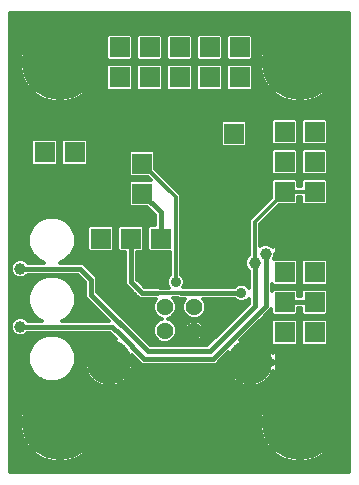
<source format=gbr>
G75*
G70*
%OFA0B0*%
%FSLAX24Y24*%
%IPPOS*%
%LPD*%
%AMOC8*
5,1,8,0,0,1.08239X$1,22.5*
%
%ADD10C,0.0562*%
%ADD11C,0.1500*%
%ADD12R,0.0650X0.0650*%
%ADD13C,0.2540*%
%ADD14C,0.0120*%
%ADD15C,0.0357*%
%ADD16C,0.0160*%
%ADD17C,0.0396*%
D10*
X005918Y005473D03*
X005918Y006260D03*
X006902Y006260D03*
X006902Y005473D03*
D11*
X008772Y004410D03*
X004048Y004410D03*
D12*
X003785Y008535D03*
X004785Y008535D03*
X005785Y008535D03*
X005160Y010035D03*
X005160Y011035D03*
X002910Y011410D03*
X002910Y012410D03*
X001910Y012410D03*
X001910Y011410D03*
X001910Y010410D03*
X002910Y010410D03*
X004410Y013910D03*
X004410Y014910D03*
X005410Y014910D03*
X005410Y013910D03*
X006410Y013910D03*
X006410Y014910D03*
X007410Y014910D03*
X007410Y013910D03*
X008410Y013910D03*
X008410Y014910D03*
X009910Y012098D03*
X009910Y011098D03*
X009910Y010098D03*
X010910Y010098D03*
X010910Y011098D03*
X010910Y012098D03*
X008223Y012035D03*
X009910Y008410D03*
X009910Y007410D03*
X009910Y006410D03*
X009910Y005410D03*
X009910Y004410D03*
X010910Y004410D03*
X010910Y005410D03*
X010910Y006410D03*
X010910Y007410D03*
X010910Y008410D03*
D13*
X010410Y014410D03*
X002410Y014410D03*
X002410Y002410D03*
X010410Y002410D03*
D14*
X000770Y000770D02*
X000770Y016050D01*
X012050Y016050D01*
X012050Y000770D01*
X000770Y000770D01*
X000770Y000884D02*
X012050Y000884D01*
X012050Y001003D02*
X000770Y001003D01*
X000770Y001121D02*
X002078Y001121D01*
X002086Y001118D02*
X002215Y001093D01*
X002345Y001080D01*
X002350Y001080D01*
X002350Y002350D01*
X002470Y002350D01*
X002470Y002470D01*
X003740Y002470D01*
X003740Y002475D01*
X003727Y002605D01*
X003702Y002734D01*
X003664Y002859D01*
X003614Y002979D01*
X003552Y003095D01*
X003480Y003203D01*
X003397Y003304D01*
X003304Y003397D01*
X003203Y003480D01*
X003095Y003552D01*
X002979Y003614D01*
X002859Y003664D01*
X002734Y003702D01*
X002605Y003727D01*
X002475Y003740D01*
X002470Y003740D01*
X002470Y002470D01*
X002350Y002470D01*
X002350Y003740D01*
X002345Y003740D01*
X002215Y003727D01*
X002086Y003702D01*
X001961Y003664D01*
X001841Y003614D01*
X001725Y003552D01*
X001617Y003480D01*
X001516Y003397D01*
X001423Y003304D01*
X001340Y003203D01*
X001268Y003095D01*
X001206Y002979D01*
X001156Y002859D01*
X001118Y002734D01*
X001093Y002605D01*
X001080Y002475D01*
X001080Y002470D01*
X002350Y002470D01*
X002350Y002350D01*
X001080Y002350D01*
X001080Y002345D01*
X001093Y002215D01*
X001118Y002086D01*
X001156Y001961D01*
X001206Y001841D01*
X001268Y001725D01*
X001340Y001617D01*
X001423Y001516D01*
X001516Y001423D01*
X001617Y001340D01*
X001725Y001268D01*
X001841Y001206D01*
X001961Y001156D01*
X002086Y001118D01*
X002350Y001121D02*
X002470Y001121D01*
X002470Y001080D02*
X002475Y001080D01*
X002605Y001093D01*
X002734Y001118D01*
X002859Y001156D01*
X002979Y001206D01*
X003095Y001268D01*
X003203Y001340D01*
X003304Y001423D01*
X003397Y001516D01*
X003480Y001617D01*
X003552Y001725D01*
X003614Y001841D01*
X003664Y001961D01*
X003702Y002086D01*
X003727Y002215D01*
X003740Y002345D01*
X003740Y002350D01*
X002470Y002350D01*
X002470Y001080D01*
X002470Y001240D02*
X002350Y001240D01*
X002350Y001358D02*
X002470Y001358D01*
X002470Y001477D02*
X002350Y001477D01*
X002350Y001595D02*
X002470Y001595D01*
X002470Y001714D02*
X002350Y001714D01*
X002350Y001832D02*
X002470Y001832D01*
X002470Y001951D02*
X002350Y001951D01*
X002350Y002069D02*
X002470Y002069D01*
X002470Y002188D02*
X002350Y002188D01*
X002350Y002306D02*
X002470Y002306D01*
X002470Y002425D02*
X010350Y002425D01*
X010350Y002470D02*
X010350Y002350D01*
X010470Y002350D01*
X010470Y002470D01*
X011740Y002470D01*
X011740Y002475D01*
X011727Y002605D01*
X011702Y002734D01*
X011664Y002859D01*
X011614Y002979D01*
X011552Y003095D01*
X011480Y003203D01*
X011397Y003304D01*
X011304Y003397D01*
X011203Y003480D01*
X011095Y003552D01*
X010979Y003614D01*
X010859Y003664D01*
X010734Y003702D01*
X010605Y003727D01*
X010475Y003740D01*
X010470Y003740D01*
X010470Y002470D01*
X010350Y002470D01*
X010350Y003740D01*
X010345Y003740D01*
X010215Y003727D01*
X010086Y003702D01*
X009961Y003664D01*
X009841Y003614D01*
X009725Y003552D01*
X009617Y003480D01*
X009516Y003397D01*
X009423Y003304D01*
X009340Y003203D01*
X009268Y003095D01*
X009206Y002979D01*
X009156Y002859D01*
X009118Y002734D01*
X009093Y002605D01*
X009080Y002475D01*
X009080Y002470D01*
X010350Y002470D01*
X010350Y002543D02*
X010470Y002543D01*
X010470Y002425D02*
X012050Y002425D01*
X012050Y002543D02*
X011733Y002543D01*
X011716Y002662D02*
X012050Y002662D01*
X012050Y002780D02*
X011688Y002780D01*
X011647Y002899D02*
X012050Y002899D01*
X012050Y003017D02*
X011594Y003017D01*
X011525Y003136D02*
X012050Y003136D01*
X012050Y003254D02*
X011438Y003254D01*
X011328Y003373D02*
X012050Y003373D01*
X012050Y003491D02*
X011186Y003491D01*
X010987Y003610D02*
X012050Y003610D01*
X012050Y003728D02*
X010597Y003728D01*
X010470Y003728D02*
X010350Y003728D01*
X010350Y003610D02*
X010470Y003610D01*
X010470Y003491D02*
X010350Y003491D01*
X010350Y003373D02*
X010470Y003373D01*
X010470Y003254D02*
X010350Y003254D01*
X010350Y003136D02*
X010470Y003136D01*
X010470Y003017D02*
X010350Y003017D01*
X010350Y002899D02*
X010470Y002899D01*
X010470Y002780D02*
X010350Y002780D01*
X010350Y002662D02*
X010470Y002662D01*
X010470Y002350D02*
X011740Y002350D01*
X011740Y002345D01*
X011727Y002215D01*
X011702Y002086D01*
X011664Y001961D01*
X011614Y001841D01*
X011552Y001725D01*
X011480Y001617D01*
X011397Y001516D01*
X011304Y001423D01*
X011203Y001340D01*
X011095Y001268D01*
X010979Y001206D01*
X010859Y001156D01*
X010734Y001118D01*
X010605Y001093D01*
X010475Y001080D01*
X010470Y001080D01*
X010470Y002350D01*
X010470Y002306D02*
X010350Y002306D01*
X010350Y002350D02*
X010350Y001080D01*
X010345Y001080D01*
X010215Y001093D01*
X010086Y001118D01*
X009961Y001156D01*
X009841Y001206D01*
X009725Y001268D01*
X009617Y001340D01*
X009516Y001423D01*
X009423Y001516D01*
X009340Y001617D01*
X009268Y001725D01*
X009206Y001841D01*
X009156Y001961D01*
X009118Y002086D01*
X009093Y002215D01*
X009080Y002345D01*
X009080Y002350D01*
X010350Y002350D01*
X010350Y002188D02*
X010470Y002188D01*
X010470Y002069D02*
X010350Y002069D01*
X010350Y001951D02*
X010470Y001951D01*
X010470Y001832D02*
X010350Y001832D01*
X010350Y001714D02*
X010470Y001714D01*
X010470Y001595D02*
X010350Y001595D01*
X010350Y001477D02*
X010470Y001477D01*
X010470Y001358D02*
X010350Y001358D01*
X010350Y001240D02*
X010470Y001240D01*
X010470Y001121D02*
X010350Y001121D01*
X010078Y001121D02*
X002742Y001121D01*
X003042Y001240D02*
X009778Y001240D01*
X009595Y001358D02*
X003225Y001358D01*
X003357Y001477D02*
X009463Y001477D01*
X009358Y001595D02*
X003462Y001595D01*
X003544Y001714D02*
X009276Y001714D01*
X009211Y001832D02*
X003609Y001832D01*
X003659Y001951D02*
X009161Y001951D01*
X009124Y002069D02*
X003696Y002069D01*
X003722Y002188D02*
X009098Y002188D01*
X009084Y002306D02*
X003736Y002306D01*
X003733Y002543D02*
X009087Y002543D01*
X009104Y002662D02*
X003716Y002662D01*
X003688Y002780D02*
X009132Y002780D01*
X009173Y002899D02*
X003647Y002899D01*
X003594Y003017D02*
X009226Y003017D01*
X009295Y003136D02*
X003525Y003136D01*
X003438Y003254D02*
X009382Y003254D01*
X009492Y003373D02*
X003328Y003373D01*
X003186Y003491D02*
X009634Y003491D01*
X009833Y003610D02*
X008898Y003610D01*
X008931Y003614D02*
X009033Y003641D01*
X009131Y003682D01*
X009223Y003735D01*
X009307Y003800D01*
X009383Y003875D01*
X009447Y003959D01*
X009500Y004051D01*
X009525Y004111D01*
X009525Y004073D01*
X009534Y004051D01*
X009551Y004034D01*
X009573Y004025D01*
X009882Y004025D01*
X009882Y004382D01*
X009938Y004382D01*
X009938Y004438D01*
X009882Y004438D01*
X009882Y004795D01*
X009573Y004795D01*
X009551Y004786D01*
X009534Y004769D01*
X009525Y004747D01*
X009525Y004709D01*
X009500Y004769D01*
X009447Y004861D01*
X009383Y004945D01*
X009307Y005020D01*
X009223Y005085D01*
X009131Y005138D01*
X009033Y005179D01*
X008931Y005206D01*
X008832Y005219D01*
X008832Y004470D01*
X008712Y004470D01*
X008712Y004350D01*
X007963Y004350D01*
X007976Y004252D01*
X008004Y004149D01*
X008044Y004051D01*
X008097Y003959D01*
X008162Y003875D01*
X008237Y003800D01*
X008321Y003735D01*
X008413Y003682D01*
X008511Y003641D01*
X008614Y003614D01*
X008712Y003601D01*
X008712Y004350D01*
X008832Y004350D01*
X008832Y003601D01*
X008931Y003614D01*
X008832Y003610D02*
X008712Y003610D01*
X008647Y003610D02*
X004173Y003610D01*
X004206Y003614D02*
X004108Y003601D01*
X004108Y004350D01*
X004108Y004470D01*
X004857Y004470D01*
X004844Y004568D01*
X004821Y004654D01*
X005023Y004452D01*
X005140Y004335D01*
X007618Y004335D01*
X008039Y004756D01*
X008004Y004671D01*
X007976Y004568D01*
X007963Y004470D01*
X008712Y004470D01*
X008712Y005219D01*
X008614Y005206D01*
X008511Y005179D01*
X008426Y005143D01*
X009243Y005960D01*
X009465Y006182D01*
X009465Y006035D01*
X009535Y005965D01*
X010285Y005965D01*
X010355Y006035D01*
X010355Y006210D01*
X010465Y006210D01*
X010465Y006035D01*
X010535Y005965D01*
X011285Y005965D01*
X011355Y006035D01*
X011355Y006785D01*
X011285Y006855D01*
X010535Y006855D01*
X010465Y006785D01*
X010465Y006610D01*
X010355Y006610D01*
X010355Y006785D01*
X010285Y006855D01*
X009535Y006855D01*
X009485Y006805D01*
X009485Y007015D01*
X009535Y006965D01*
X010285Y006965D01*
X010355Y007035D01*
X010355Y007785D01*
X010285Y007855D01*
X009555Y007855D01*
X009603Y007972D01*
X009603Y008025D01*
X009882Y008025D01*
X009882Y008382D01*
X009525Y008382D01*
X009525Y008245D01*
X009465Y008305D01*
X009348Y008353D01*
X009222Y008353D01*
X009105Y008305D01*
X009090Y008290D01*
X009090Y009023D01*
X009720Y009653D01*
X010285Y009653D01*
X010535Y009653D01*
X011285Y009653D01*
X012050Y009653D01*
X012050Y009535D02*
X009602Y009535D01*
X009483Y009416D02*
X012050Y009416D01*
X012050Y009298D02*
X009365Y009298D01*
X009246Y009179D02*
X012050Y009179D01*
X012050Y009061D02*
X009128Y009061D01*
X009090Y008942D02*
X012050Y008942D01*
X012050Y008824D02*
X009090Y008824D01*
X009090Y008705D02*
X009525Y008705D01*
X009525Y008747D02*
X009525Y008438D01*
X009882Y008438D01*
X009882Y008795D01*
X009573Y008795D01*
X009551Y008786D01*
X009534Y008769D01*
X009525Y008747D01*
X009525Y008587D02*
X009090Y008587D01*
X009090Y008468D02*
X009525Y008468D01*
X009525Y008350D02*
X009357Y008350D01*
X009213Y008350D02*
X009090Y008350D01*
X008730Y008350D02*
X006465Y008350D01*
X006465Y008468D02*
X008730Y008468D01*
X008730Y008587D02*
X006465Y008587D01*
X006465Y008705D02*
X008730Y008705D01*
X008730Y008824D02*
X006465Y008824D01*
X006465Y008942D02*
X008730Y008942D01*
X008730Y009061D02*
X006465Y009061D01*
X006465Y009179D02*
X008737Y009179D01*
X008730Y009172D02*
X008730Y007992D01*
X008730Y007992D01*
X008640Y007903D01*
X008592Y007786D01*
X008592Y007659D01*
X008640Y007542D01*
X008710Y007473D01*
X008710Y006907D01*
X008642Y006975D01*
X008532Y007021D01*
X008413Y007021D01*
X008303Y006975D01*
X008250Y006922D01*
X006532Y006922D01*
X006538Y006928D01*
X006583Y007038D01*
X006583Y007157D01*
X006538Y007267D01*
X006465Y007340D01*
X006465Y009985D01*
X005605Y010845D01*
X005605Y011410D01*
X005535Y011480D01*
X004785Y011480D01*
X004715Y011410D01*
X004715Y010660D01*
X004785Y010590D01*
X005350Y010590D01*
X005460Y010480D01*
X004785Y010480D01*
X004715Y010410D01*
X004715Y009660D01*
X004785Y009590D01*
X005322Y009590D01*
X005585Y009327D01*
X005585Y008980D01*
X005410Y008980D01*
X005340Y008910D01*
X005340Y008160D01*
X005410Y008090D01*
X006105Y008090D01*
X006105Y007340D01*
X006032Y007267D01*
X005987Y007157D01*
X005987Y007038D01*
X006032Y006928D01*
X006058Y006902D01*
X005763Y006902D01*
X005743Y006922D01*
X005243Y006922D01*
X005180Y006985D01*
X004985Y007180D01*
X004985Y008090D01*
X005160Y008090D01*
X005230Y008160D01*
X005230Y008910D01*
X005160Y008980D01*
X004410Y008980D01*
X004340Y008910D01*
X004340Y008160D01*
X004410Y008090D01*
X004585Y008090D01*
X004585Y007015D01*
X004898Y006702D01*
X004960Y006640D01*
X005077Y006523D01*
X005613Y006523D01*
X005578Y006488D01*
X005517Y006340D01*
X005517Y006181D01*
X005578Y006033D01*
X005691Y005920D01*
X005820Y005867D01*
X005691Y005813D01*
X005578Y005700D01*
X005517Y005553D01*
X005517Y005393D01*
X005578Y005246D01*
X005691Y005133D01*
X005838Y005072D01*
X005998Y005072D01*
X006145Y005133D01*
X006258Y005246D01*
X006319Y005393D01*
X006319Y005553D01*
X006258Y005700D01*
X006145Y005813D01*
X006016Y005867D01*
X006145Y005920D01*
X006258Y006033D01*
X006319Y006181D01*
X006319Y006340D01*
X006258Y006488D01*
X006203Y006543D01*
X006370Y006543D01*
X006390Y006523D01*
X006597Y006523D01*
X006562Y006488D01*
X006501Y006340D01*
X006501Y006181D01*
X006562Y006033D01*
X006675Y005920D01*
X006822Y005859D01*
X006982Y005859D01*
X007129Y005920D01*
X007242Y006033D01*
X007303Y006181D01*
X007303Y006340D01*
X007242Y006488D01*
X007207Y006523D01*
X008250Y006523D01*
X008303Y006470D01*
X008413Y006424D01*
X008532Y006424D01*
X008642Y006470D01*
X008710Y006538D01*
X008710Y006368D01*
X007327Y004985D01*
X005430Y004985D01*
X003672Y006743D01*
X003672Y007243D01*
X003180Y007735D01*
X002428Y007735D01*
X002608Y007810D01*
X002831Y008033D01*
X002951Y008323D01*
X002951Y008638D01*
X002831Y008929D01*
X002608Y009152D01*
X002317Y009272D01*
X002003Y009272D01*
X001712Y009152D01*
X001489Y008929D01*
X001369Y008638D01*
X001369Y008323D01*
X001489Y008033D01*
X001712Y007810D01*
X001892Y007735D01*
X001347Y007735D01*
X001278Y007805D01*
X001161Y007853D01*
X001034Y007853D01*
X000917Y007805D01*
X000828Y007715D01*
X000779Y007598D01*
X000779Y007472D01*
X000828Y007355D01*
X000917Y007265D01*
X001034Y007217D01*
X001161Y007217D01*
X001278Y007265D01*
X001347Y007335D01*
X003015Y007335D01*
X003273Y007077D01*
X003273Y006577D01*
X003390Y006460D01*
X004052Y005797D01*
X002502Y005797D01*
X002608Y005841D01*
X002831Y006064D01*
X002951Y006355D01*
X002951Y006670D01*
X002831Y006961D01*
X002608Y007183D01*
X002317Y007304D01*
X002003Y007304D01*
X001712Y007183D01*
X001489Y006961D01*
X001369Y006670D01*
X001369Y006355D01*
X001489Y006064D01*
X001712Y005841D01*
X001818Y005797D01*
X001347Y005797D01*
X001278Y005867D01*
X001161Y005916D01*
X001034Y005916D01*
X000917Y005867D01*
X000828Y005778D01*
X000779Y005661D01*
X000779Y005534D01*
X000828Y005417D01*
X000917Y005328D01*
X001034Y005279D01*
X001161Y005279D01*
X001278Y005328D01*
X001347Y005398D01*
X004077Y005398D01*
X004291Y005183D01*
X004206Y005206D01*
X004108Y005219D01*
X004108Y004470D01*
X003988Y004470D01*
X003988Y005219D01*
X003889Y005206D01*
X003787Y005179D01*
X003689Y005138D01*
X003597Y005085D01*
X003513Y005020D01*
X003437Y004945D01*
X003373Y004861D01*
X003320Y004769D01*
X003279Y004671D01*
X003252Y004568D01*
X003239Y004470D01*
X003988Y004470D01*
X003988Y004350D01*
X004108Y004350D01*
X004857Y004350D01*
X004844Y004252D01*
X004816Y004149D01*
X004776Y004051D01*
X004723Y003959D01*
X004658Y003875D01*
X004583Y003800D01*
X004499Y003735D01*
X004407Y003682D01*
X004309Y003641D01*
X004206Y003614D01*
X004108Y003610D02*
X003988Y003610D01*
X003988Y003601D02*
X003988Y004350D01*
X003239Y004350D01*
X003252Y004252D01*
X003279Y004149D01*
X003320Y004051D01*
X003373Y003959D01*
X003437Y003875D01*
X003513Y003800D01*
X003597Y003735D01*
X003689Y003682D01*
X003787Y003641D01*
X003889Y003614D01*
X003988Y003601D01*
X003922Y003610D02*
X002987Y003610D01*
X002700Y003965D02*
X003369Y003965D01*
X003306Y004084D02*
X002819Y004084D01*
X002831Y004096D02*
X002951Y004386D01*
X002951Y004701D01*
X002831Y004992D01*
X002608Y005215D01*
X002317Y005335D01*
X002003Y005335D01*
X001712Y005215D01*
X001489Y004992D01*
X001369Y004701D01*
X001369Y004386D01*
X001489Y004096D01*
X001712Y003873D01*
X002003Y003752D01*
X002317Y003752D01*
X002608Y003873D01*
X002831Y004096D01*
X002875Y004202D02*
X003265Y004202D01*
X003243Y004321D02*
X002924Y004321D01*
X002951Y004439D02*
X003988Y004439D01*
X003988Y004321D02*
X004108Y004321D01*
X004108Y004439D02*
X005036Y004439D01*
X004917Y004558D02*
X004845Y004558D01*
X004853Y004321D02*
X007967Y004321D01*
X007989Y004202D02*
X004831Y004202D01*
X004789Y004084D02*
X008031Y004084D01*
X008094Y003965D02*
X004726Y003965D01*
X004630Y003847D02*
X008190Y003847D01*
X008333Y003728D02*
X004487Y003728D01*
X004108Y003728D02*
X003988Y003728D01*
X003988Y003847D02*
X004108Y003847D01*
X004108Y003965D02*
X003988Y003965D01*
X003988Y004084D02*
X004108Y004084D01*
X004108Y004202D02*
X003988Y004202D01*
X003988Y004558D02*
X004108Y004558D01*
X004108Y004676D02*
X003988Y004676D01*
X003988Y004795D02*
X004108Y004795D01*
X004108Y004913D02*
X003988Y004913D01*
X003988Y005032D02*
X004108Y005032D01*
X004108Y005150D02*
X003988Y005150D01*
X004088Y005387D02*
X001337Y005387D01*
X001528Y005032D02*
X000770Y005032D01*
X000770Y005150D02*
X001647Y005150D01*
X001841Y005269D02*
X000770Y005269D01*
X000770Y005387D02*
X000858Y005387D01*
X000791Y005506D02*
X000770Y005506D01*
X000770Y005624D02*
X000779Y005624D01*
X000770Y005743D02*
X000813Y005743D01*
X000770Y005861D02*
X000911Y005861D01*
X000770Y005980D02*
X001574Y005980D01*
X001475Y006098D02*
X000770Y006098D01*
X000770Y006217D02*
X001426Y006217D01*
X001377Y006335D02*
X000770Y006335D01*
X000770Y006454D02*
X001369Y006454D01*
X001369Y006572D02*
X000770Y006572D01*
X000770Y006691D02*
X001377Y006691D01*
X001426Y006809D02*
X000770Y006809D01*
X000770Y006928D02*
X001475Y006928D01*
X001574Y007046D02*
X000770Y007046D01*
X000770Y007165D02*
X001693Y007165D01*
X001952Y007283D02*
X001295Y007283D01*
X001325Y007757D02*
X001839Y007757D01*
X001646Y007876D02*
X000770Y007876D01*
X000770Y007994D02*
X001528Y007994D01*
X001456Y008113D02*
X000770Y008113D01*
X000770Y008231D02*
X001407Y008231D01*
X001369Y008350D02*
X000770Y008350D01*
X000770Y008468D02*
X001369Y008468D01*
X001369Y008587D02*
X000770Y008587D01*
X000770Y008705D02*
X001396Y008705D01*
X001445Y008824D02*
X000770Y008824D01*
X000770Y008942D02*
X001502Y008942D01*
X001620Y009061D02*
X000770Y009061D01*
X000770Y009179D02*
X001777Y009179D01*
X001882Y010025D02*
X001573Y010025D01*
X001551Y010034D01*
X001534Y010051D01*
X001525Y010073D01*
X001525Y010382D01*
X001882Y010382D01*
X001938Y010382D01*
X001938Y010438D01*
X001882Y010438D01*
X001882Y010795D01*
X001573Y010795D01*
X001551Y010786D01*
X001534Y010769D01*
X001525Y010747D01*
X001525Y010438D01*
X001882Y010438D01*
X001882Y010382D01*
X001882Y010025D01*
X001938Y010025D02*
X002247Y010025D01*
X002269Y010034D01*
X002286Y010051D01*
X002295Y010073D01*
X002295Y010382D01*
X001938Y010382D01*
X001938Y010025D01*
X001938Y010127D02*
X001882Y010127D01*
X001882Y010246D02*
X001938Y010246D01*
X001938Y010364D02*
X001882Y010364D01*
X001938Y010438D02*
X002295Y010438D01*
X002295Y010747D01*
X002286Y010769D01*
X002269Y010786D01*
X002247Y010795D01*
X001938Y010795D01*
X001938Y010438D01*
X001938Y010483D02*
X001882Y010483D01*
X001882Y010601D02*
X001938Y010601D01*
X001938Y010720D02*
X001882Y010720D01*
X002295Y010720D02*
X002525Y010720D01*
X002525Y010747D02*
X002525Y010438D01*
X002882Y010438D01*
X002882Y010795D01*
X002573Y010795D01*
X002551Y010786D01*
X002534Y010769D01*
X002525Y010747D01*
X002525Y010601D02*
X002295Y010601D01*
X002295Y010483D02*
X002525Y010483D01*
X002525Y010382D02*
X002525Y010073D01*
X002534Y010051D01*
X002551Y010034D01*
X002573Y010025D01*
X002882Y010025D01*
X002882Y010382D01*
X002938Y010382D01*
X002938Y010438D01*
X002882Y010438D01*
X002882Y010382D01*
X002525Y010382D01*
X002525Y010364D02*
X002295Y010364D01*
X002295Y010246D02*
X002525Y010246D01*
X002525Y010127D02*
X002295Y010127D01*
X002882Y010127D02*
X002938Y010127D01*
X002938Y010025D02*
X003247Y010025D01*
X003269Y010034D01*
X003286Y010051D01*
X003295Y010073D01*
X003295Y010382D01*
X002938Y010382D01*
X002938Y010025D01*
X002938Y010246D02*
X002882Y010246D01*
X002882Y010364D02*
X002938Y010364D01*
X002938Y010438D02*
X003295Y010438D01*
X003295Y010747D01*
X003286Y010769D01*
X003269Y010786D01*
X003247Y010795D01*
X002938Y010795D01*
X002938Y010438D01*
X002938Y010483D02*
X002882Y010483D01*
X002882Y010601D02*
X002938Y010601D01*
X002938Y010720D02*
X002882Y010720D01*
X002535Y010965D02*
X003285Y010965D01*
X003355Y011035D01*
X003355Y011785D01*
X003285Y011855D01*
X002535Y011855D01*
X002465Y011785D01*
X002465Y011035D01*
X002535Y010965D01*
X002465Y011075D02*
X002355Y011075D01*
X002355Y011035D02*
X002355Y011785D01*
X002285Y011855D01*
X001535Y011855D01*
X001465Y011785D01*
X001465Y011035D01*
X001535Y010965D01*
X002285Y010965D01*
X002355Y011035D01*
X002355Y011194D02*
X002465Y011194D01*
X002465Y011312D02*
X002355Y011312D01*
X002355Y011431D02*
X002465Y011431D01*
X002465Y011549D02*
X002355Y011549D01*
X002355Y011668D02*
X002465Y011668D01*
X002466Y011786D02*
X002354Y011786D01*
X002247Y012025D02*
X002269Y012034D01*
X002286Y012051D01*
X002295Y012073D01*
X002295Y012382D01*
X001938Y012382D01*
X001938Y012438D01*
X001882Y012438D01*
X001882Y012795D01*
X001573Y012795D01*
X001551Y012786D01*
X001534Y012769D01*
X001525Y012747D01*
X001525Y012438D01*
X001882Y012438D01*
X001882Y012382D01*
X001938Y012382D01*
X001938Y012025D01*
X002247Y012025D01*
X002295Y012142D02*
X002525Y012142D01*
X002525Y012073D02*
X002534Y012051D01*
X002551Y012034D01*
X002573Y012025D01*
X002882Y012025D01*
X002882Y012382D01*
X002938Y012382D01*
X002938Y012438D01*
X002882Y012438D01*
X002882Y012795D01*
X002573Y012795D01*
X002551Y012786D01*
X002534Y012769D01*
X002525Y012747D01*
X002525Y012438D01*
X002882Y012438D01*
X002882Y012382D01*
X002525Y012382D01*
X002525Y012073D01*
X002525Y012260D02*
X002295Y012260D01*
X002295Y012379D02*
X002525Y012379D01*
X002525Y012497D02*
X002295Y012497D01*
X002295Y012438D02*
X002295Y012747D01*
X002286Y012769D01*
X002269Y012786D01*
X002247Y012795D01*
X001938Y012795D01*
X001938Y012438D01*
X002295Y012438D01*
X002295Y012616D02*
X002525Y012616D01*
X002525Y012734D02*
X002295Y012734D01*
X002345Y013080D02*
X002215Y013093D01*
X002086Y013118D01*
X001961Y013156D01*
X001841Y013206D01*
X001725Y013268D01*
X001617Y013340D01*
X001516Y013423D01*
X001423Y013516D01*
X001340Y013617D01*
X001268Y013725D01*
X001206Y013841D01*
X001156Y013961D01*
X001118Y014086D01*
X001093Y014215D01*
X001080Y014345D01*
X001080Y014350D01*
X002350Y014350D01*
X002470Y014350D01*
X002470Y014470D01*
X003740Y014470D01*
X003740Y014475D01*
X003727Y014605D01*
X003702Y014734D01*
X003664Y014859D01*
X003614Y014979D01*
X003552Y015095D01*
X003480Y015203D01*
X003397Y015304D01*
X003304Y015397D01*
X003203Y015480D01*
X003095Y015552D01*
X002979Y015614D01*
X002859Y015664D01*
X002734Y015702D01*
X002605Y015727D01*
X002475Y015740D01*
X002470Y015740D01*
X002470Y014470D01*
X002350Y014470D01*
X002350Y015740D01*
X002345Y015740D01*
X002215Y015727D01*
X002086Y015702D01*
X001961Y015664D01*
X001841Y015614D01*
X001725Y015552D01*
X001617Y015480D01*
X001516Y015397D01*
X001423Y015304D01*
X001340Y015203D01*
X001268Y015095D01*
X001206Y014979D01*
X001156Y014859D01*
X001118Y014734D01*
X001093Y014605D01*
X001080Y014475D01*
X001080Y014470D01*
X002350Y014470D01*
X002350Y014350D01*
X002350Y013080D01*
X002345Y013080D01*
X002350Y013090D02*
X002470Y013090D01*
X002470Y013080D02*
X002475Y013080D01*
X002605Y013093D01*
X002734Y013118D01*
X002859Y013156D01*
X002979Y013206D01*
X003095Y013268D01*
X003203Y013340D01*
X003304Y013423D01*
X003397Y013516D01*
X003480Y013617D01*
X003552Y013725D01*
X003614Y013841D01*
X003664Y013961D01*
X003702Y014086D01*
X003727Y014215D01*
X003740Y014345D01*
X003740Y014350D01*
X002470Y014350D01*
X002470Y013080D01*
X002572Y013090D02*
X010248Y013090D01*
X010215Y013093D02*
X010345Y013080D01*
X010350Y013080D01*
X010350Y014350D01*
X010470Y014350D01*
X010470Y014470D01*
X011740Y014470D01*
X011740Y014475D01*
X011727Y014605D01*
X011702Y014734D01*
X011664Y014859D01*
X011614Y014979D01*
X011552Y015095D01*
X011480Y015203D01*
X011397Y015304D01*
X011304Y015397D01*
X011203Y015480D01*
X011095Y015552D01*
X010979Y015614D01*
X010859Y015664D01*
X010734Y015702D01*
X010605Y015727D01*
X010475Y015740D01*
X010470Y015740D01*
X010470Y014470D01*
X010350Y014470D01*
X010350Y015740D01*
X010345Y015740D01*
X010215Y015727D01*
X010086Y015702D01*
X009961Y015664D01*
X009841Y015614D01*
X009725Y015552D01*
X009617Y015480D01*
X009516Y015397D01*
X009423Y015304D01*
X009340Y015203D01*
X009268Y015095D01*
X009206Y014979D01*
X009156Y014859D01*
X009118Y014734D01*
X009093Y014605D01*
X009080Y014475D01*
X009080Y014470D01*
X010350Y014470D01*
X010350Y014350D01*
X009080Y014350D01*
X009080Y014345D01*
X009093Y014215D01*
X009118Y014086D01*
X009156Y013961D01*
X009206Y013841D01*
X009268Y013725D01*
X009340Y013617D01*
X009423Y013516D01*
X009516Y013423D01*
X009617Y013340D01*
X009725Y013268D01*
X009841Y013206D01*
X009961Y013156D01*
X010086Y013118D01*
X010215Y013093D01*
X010350Y013090D02*
X010470Y013090D01*
X010470Y013080D02*
X010475Y013080D01*
X010605Y013093D01*
X010734Y013118D01*
X010859Y013156D01*
X010979Y013206D01*
X011095Y013268D01*
X011203Y013340D01*
X011304Y013423D01*
X011397Y013516D01*
X011480Y013617D01*
X011552Y013725D01*
X011614Y013841D01*
X011664Y013961D01*
X011702Y014086D01*
X011727Y014215D01*
X011740Y014345D01*
X011740Y014350D01*
X010470Y014350D01*
X010470Y013080D01*
X010572Y013090D02*
X012050Y013090D01*
X012050Y013208D02*
X010983Y013208D01*
X011182Y013327D02*
X012050Y013327D01*
X012050Y013445D02*
X011326Y013445D01*
X011436Y013564D02*
X012050Y013564D01*
X012050Y013682D02*
X011523Y013682D01*
X011592Y013801D02*
X012050Y013801D01*
X012050Y013919D02*
X011646Y013919D01*
X011687Y014038D02*
X012050Y014038D01*
X012050Y014156D02*
X011716Y014156D01*
X011733Y014275D02*
X012050Y014275D01*
X012050Y014393D02*
X010470Y014393D01*
X010470Y014275D02*
X010350Y014275D01*
X010350Y014393D02*
X002470Y014393D01*
X002470Y014275D02*
X002350Y014275D01*
X002350Y014393D02*
X000770Y014393D01*
X000770Y014275D02*
X001087Y014275D01*
X001104Y014156D02*
X000770Y014156D01*
X000770Y014038D02*
X001133Y014038D01*
X001174Y013919D02*
X000770Y013919D01*
X000770Y013801D02*
X001228Y013801D01*
X001297Y013682D02*
X000770Y013682D01*
X000770Y013564D02*
X001384Y013564D01*
X001494Y013445D02*
X000770Y013445D01*
X000770Y013327D02*
X001638Y013327D01*
X001837Y013208D02*
X000770Y013208D01*
X000770Y013090D02*
X002248Y013090D01*
X002350Y013208D02*
X002470Y013208D01*
X002470Y013327D02*
X002350Y013327D01*
X002350Y013445D02*
X002470Y013445D01*
X002470Y013564D02*
X002350Y013564D01*
X002350Y013682D02*
X002470Y013682D01*
X002470Y013801D02*
X002350Y013801D01*
X002350Y013919D02*
X002470Y013919D01*
X002470Y014038D02*
X002350Y014038D01*
X002350Y014156D02*
X002470Y014156D01*
X002470Y014512D02*
X002350Y014512D01*
X002350Y014630D02*
X002470Y014630D01*
X002470Y014749D02*
X002350Y014749D01*
X002350Y014867D02*
X002470Y014867D01*
X002470Y014986D02*
X002350Y014986D01*
X002350Y015104D02*
X002470Y015104D01*
X002470Y015223D02*
X002350Y015223D01*
X002350Y015341D02*
X002470Y015341D01*
X002470Y015460D02*
X002350Y015460D01*
X002350Y015578D02*
X002470Y015578D01*
X002470Y015697D02*
X002350Y015697D01*
X002069Y015697D02*
X000770Y015697D01*
X000770Y015815D02*
X012050Y015815D01*
X012050Y015697D02*
X010751Y015697D01*
X010470Y015697D02*
X010350Y015697D01*
X010350Y015578D02*
X010470Y015578D01*
X010470Y015460D02*
X010350Y015460D01*
X010350Y015341D02*
X010470Y015341D01*
X010470Y015223D02*
X010350Y015223D01*
X010350Y015104D02*
X010470Y015104D01*
X010470Y014986D02*
X010350Y014986D01*
X010350Y014867D02*
X010470Y014867D01*
X010470Y014749D02*
X010350Y014749D01*
X010350Y014630D02*
X010470Y014630D01*
X010470Y014512D02*
X010350Y014512D01*
X010350Y014156D02*
X010470Y014156D01*
X010470Y014038D02*
X010350Y014038D01*
X010350Y013919D02*
X010470Y013919D01*
X010470Y013801D02*
X010350Y013801D01*
X010350Y013682D02*
X010470Y013682D01*
X010470Y013564D02*
X010350Y013564D01*
X010350Y013445D02*
X010470Y013445D01*
X010470Y013327D02*
X010350Y013327D01*
X010350Y013208D02*
X010470Y013208D01*
X009837Y013208D02*
X002983Y013208D01*
X003182Y013327D02*
X009638Y013327D01*
X009494Y013445D02*
X003326Y013445D01*
X003436Y013564D02*
X003965Y013564D01*
X003965Y013535D02*
X004035Y013465D01*
X004785Y013465D01*
X004855Y013535D01*
X004855Y014285D01*
X004785Y014355D01*
X004035Y014355D01*
X003965Y014285D01*
X003965Y013535D01*
X003965Y013682D02*
X003523Y013682D01*
X003592Y013801D02*
X003965Y013801D01*
X003965Y013919D02*
X003646Y013919D01*
X003687Y014038D02*
X003965Y014038D01*
X003965Y014156D02*
X003716Y014156D01*
X003733Y014275D02*
X003965Y014275D01*
X004035Y014465D02*
X004785Y014465D01*
X004855Y014535D01*
X004855Y015285D01*
X004785Y015355D01*
X004035Y015355D01*
X003965Y015285D01*
X003965Y014535D01*
X004035Y014465D01*
X003989Y014512D02*
X003736Y014512D01*
X003722Y014630D02*
X003965Y014630D01*
X003965Y014749D02*
X003697Y014749D01*
X003660Y014867D02*
X003965Y014867D01*
X003965Y014986D02*
X003610Y014986D01*
X003546Y015104D02*
X003965Y015104D01*
X003965Y015223D02*
X003464Y015223D01*
X003360Y015341D02*
X004021Y015341D01*
X004799Y015341D02*
X005021Y015341D01*
X005035Y015355D02*
X004965Y015285D01*
X004965Y014535D01*
X005035Y014465D01*
X005785Y014465D01*
X005855Y014535D01*
X005855Y015285D01*
X005785Y015355D01*
X005035Y015355D01*
X004965Y015223D02*
X004855Y015223D01*
X004855Y015104D02*
X004965Y015104D01*
X004965Y014986D02*
X004855Y014986D01*
X004855Y014867D02*
X004965Y014867D01*
X004965Y014749D02*
X004855Y014749D01*
X004855Y014630D02*
X004965Y014630D01*
X004989Y014512D02*
X004831Y014512D01*
X005035Y014355D02*
X004965Y014285D01*
X004965Y013535D01*
X005035Y013465D01*
X005785Y013465D01*
X005855Y013535D01*
X005855Y014285D01*
X005785Y014355D01*
X005035Y014355D01*
X004965Y014275D02*
X004855Y014275D01*
X004855Y014156D02*
X004965Y014156D01*
X004965Y014038D02*
X004855Y014038D01*
X004855Y013919D02*
X004965Y013919D01*
X004965Y013801D02*
X004855Y013801D01*
X004855Y013682D02*
X004965Y013682D01*
X004965Y013564D02*
X004855Y013564D01*
X005855Y013564D02*
X005965Y013564D01*
X005965Y013535D02*
X006035Y013465D01*
X006785Y013465D01*
X006855Y013535D01*
X006855Y014285D01*
X006785Y014355D01*
X006035Y014355D01*
X005965Y014285D01*
X005965Y013535D01*
X005965Y013682D02*
X005855Y013682D01*
X005855Y013801D02*
X005965Y013801D01*
X005965Y013919D02*
X005855Y013919D01*
X005855Y014038D02*
X005965Y014038D01*
X005965Y014156D02*
X005855Y014156D01*
X005855Y014275D02*
X005965Y014275D01*
X006035Y014465D02*
X006785Y014465D01*
X006855Y014535D01*
X006855Y015285D01*
X006785Y015355D01*
X006035Y015355D01*
X005965Y015285D01*
X005965Y014535D01*
X006035Y014465D01*
X005989Y014512D02*
X005831Y014512D01*
X005855Y014630D02*
X005965Y014630D01*
X005965Y014749D02*
X005855Y014749D01*
X005855Y014867D02*
X005965Y014867D01*
X005965Y014986D02*
X005855Y014986D01*
X005855Y015104D02*
X005965Y015104D01*
X005965Y015223D02*
X005855Y015223D01*
X005799Y015341D02*
X006021Y015341D01*
X006799Y015341D02*
X007021Y015341D01*
X007035Y015355D02*
X006965Y015285D01*
X006965Y014535D01*
X007035Y014465D01*
X007785Y014465D01*
X007855Y014535D01*
X007855Y015285D01*
X007785Y015355D01*
X007035Y015355D01*
X006965Y015223D02*
X006855Y015223D01*
X006855Y015104D02*
X006965Y015104D01*
X006965Y014986D02*
X006855Y014986D01*
X006855Y014867D02*
X006965Y014867D01*
X006965Y014749D02*
X006855Y014749D01*
X006855Y014630D02*
X006965Y014630D01*
X006989Y014512D02*
X006831Y014512D01*
X006855Y014275D02*
X006965Y014275D01*
X006965Y014285D02*
X007035Y014355D01*
X007785Y014355D01*
X007855Y014285D01*
X007855Y013535D01*
X007785Y013465D01*
X007035Y013465D01*
X006965Y013535D01*
X006965Y014285D01*
X006965Y014156D02*
X006855Y014156D01*
X006855Y014038D02*
X006965Y014038D01*
X006965Y013919D02*
X006855Y013919D01*
X006855Y013801D02*
X006965Y013801D01*
X006965Y013682D02*
X006855Y013682D01*
X006855Y013564D02*
X006965Y013564D01*
X007855Y013564D02*
X007965Y013564D01*
X007965Y013535D02*
X008035Y013465D01*
X008785Y013465D01*
X008855Y013535D01*
X008855Y014285D01*
X008785Y014355D01*
X008035Y014355D01*
X007965Y014285D01*
X007965Y013535D01*
X007965Y013682D02*
X007855Y013682D01*
X007855Y013801D02*
X007965Y013801D01*
X007965Y013919D02*
X007855Y013919D01*
X007855Y014038D02*
X007965Y014038D01*
X007965Y014156D02*
X007855Y014156D01*
X007855Y014275D02*
X007965Y014275D01*
X008035Y014465D02*
X008785Y014465D01*
X008855Y014535D01*
X008855Y015285D01*
X008785Y015355D01*
X008035Y015355D01*
X007965Y015285D01*
X007965Y014535D01*
X008035Y014465D01*
X007989Y014512D02*
X007831Y014512D01*
X007855Y014630D02*
X007965Y014630D01*
X007965Y014749D02*
X007855Y014749D01*
X007855Y014867D02*
X007965Y014867D01*
X007965Y014986D02*
X007855Y014986D01*
X007855Y015104D02*
X007965Y015104D01*
X007965Y015223D02*
X007855Y015223D01*
X007799Y015341D02*
X008021Y015341D01*
X008799Y015341D02*
X009460Y015341D01*
X009356Y015223D02*
X008855Y015223D01*
X008855Y015104D02*
X009274Y015104D01*
X009210Y014986D02*
X008855Y014986D01*
X008855Y014867D02*
X009160Y014867D01*
X009123Y014749D02*
X008855Y014749D01*
X008855Y014630D02*
X009098Y014630D01*
X009084Y014512D02*
X008831Y014512D01*
X008855Y014275D02*
X009087Y014275D01*
X009104Y014156D02*
X008855Y014156D01*
X008855Y014038D02*
X009133Y014038D01*
X009174Y013919D02*
X008855Y013919D01*
X008855Y013801D02*
X009228Y013801D01*
X009297Y013682D02*
X008855Y013682D01*
X008855Y013564D02*
X009384Y013564D01*
X009535Y012542D02*
X009465Y012472D01*
X009465Y011723D01*
X009535Y011653D01*
X010285Y011653D01*
X010355Y011723D01*
X010355Y012472D01*
X010285Y012542D01*
X009535Y012542D01*
X009490Y012497D02*
X003295Y012497D01*
X003295Y012438D02*
X003295Y012747D01*
X003286Y012769D01*
X003269Y012786D01*
X003247Y012795D01*
X002938Y012795D01*
X002938Y012438D01*
X003295Y012438D01*
X003295Y012382D02*
X002938Y012382D01*
X002938Y012025D01*
X003247Y012025D01*
X003269Y012034D01*
X003286Y012051D01*
X003295Y012073D01*
X003295Y012382D01*
X003295Y012379D02*
X007778Y012379D01*
X007778Y012410D02*
X007778Y011660D01*
X007848Y011590D01*
X008597Y011590D01*
X008667Y011660D01*
X008667Y012410D01*
X008597Y012480D01*
X007848Y012480D01*
X007778Y012410D01*
X007778Y012260D02*
X003295Y012260D01*
X003295Y012142D02*
X007778Y012142D01*
X007778Y012023D02*
X000770Y012023D01*
X000770Y011905D02*
X007778Y011905D01*
X007778Y011786D02*
X003354Y011786D01*
X003355Y011668D02*
X007778Y011668D01*
X008667Y011668D02*
X009520Y011668D01*
X009535Y011542D02*
X009465Y011472D01*
X009465Y010723D01*
X009535Y010653D01*
X010285Y010653D01*
X010355Y010723D01*
X010355Y011472D01*
X010285Y011542D01*
X009535Y011542D01*
X009465Y011431D02*
X005584Y011431D01*
X005605Y011312D02*
X009465Y011312D01*
X009465Y011194D02*
X005605Y011194D01*
X005605Y011075D02*
X009465Y011075D01*
X009465Y010957D02*
X005605Y010957D01*
X005612Y010838D02*
X009465Y010838D01*
X009468Y010720D02*
X005730Y010720D01*
X005849Y010601D02*
X012050Y010601D01*
X012050Y010483D02*
X011345Y010483D01*
X011355Y010472D02*
X011285Y010542D01*
X010535Y010542D01*
X010465Y010472D01*
X010465Y010277D01*
X010355Y010277D01*
X010355Y010472D01*
X010285Y010542D01*
X009535Y010542D01*
X009465Y010472D01*
X009465Y009907D01*
X008730Y009172D01*
X008855Y009298D02*
X006465Y009298D01*
X006465Y009416D02*
X008974Y009416D01*
X009092Y009535D02*
X006465Y009535D01*
X006465Y009653D02*
X009211Y009653D01*
X009329Y009772D02*
X006465Y009772D01*
X006465Y009890D02*
X009448Y009890D01*
X009465Y010009D02*
X006441Y010009D01*
X006323Y010127D02*
X009465Y010127D01*
X009465Y010246D02*
X006204Y010246D01*
X006086Y010364D02*
X009465Y010364D01*
X009475Y010483D02*
X005967Y010483D01*
X005458Y010483D02*
X003295Y010483D01*
X003295Y010601D02*
X004774Y010601D01*
X004715Y010720D02*
X003295Y010720D01*
X003295Y010364D02*
X004715Y010364D01*
X004715Y010246D02*
X003295Y010246D01*
X003295Y010127D02*
X004715Y010127D01*
X004715Y010009D02*
X000770Y010009D01*
X000770Y010127D02*
X001525Y010127D01*
X001525Y010246D02*
X000770Y010246D01*
X000770Y010364D02*
X001525Y010364D01*
X001525Y010483D02*
X000770Y010483D01*
X000770Y010601D02*
X001525Y010601D01*
X001525Y010720D02*
X000770Y010720D01*
X000770Y010838D02*
X004715Y010838D01*
X004715Y010957D02*
X000770Y010957D01*
X000770Y011075D02*
X001465Y011075D01*
X001465Y011194D02*
X000770Y011194D01*
X000770Y011312D02*
X001465Y011312D01*
X001465Y011431D02*
X000770Y011431D01*
X000770Y011549D02*
X001465Y011549D01*
X001465Y011668D02*
X000770Y011668D01*
X000770Y011786D02*
X001466Y011786D01*
X001573Y012025D02*
X001551Y012034D01*
X001534Y012051D01*
X001525Y012073D01*
X001525Y012382D01*
X001882Y012382D01*
X001882Y012025D01*
X001573Y012025D01*
X001525Y012142D02*
X000770Y012142D01*
X000770Y012260D02*
X001525Y012260D01*
X001525Y012379D02*
X000770Y012379D01*
X000770Y012497D02*
X001525Y012497D01*
X001525Y012616D02*
X000770Y012616D01*
X000770Y012734D02*
X001525Y012734D01*
X001882Y012734D02*
X001938Y012734D01*
X001938Y012616D02*
X001882Y012616D01*
X001882Y012497D02*
X001938Y012497D01*
X001938Y012379D02*
X001882Y012379D01*
X001882Y012260D02*
X001938Y012260D01*
X001938Y012142D02*
X001882Y012142D01*
X002882Y012142D02*
X002938Y012142D01*
X002938Y012260D02*
X002882Y012260D01*
X002882Y012379D02*
X002938Y012379D01*
X002938Y012497D02*
X002882Y012497D01*
X002882Y012616D02*
X002938Y012616D01*
X002938Y012734D02*
X002882Y012734D01*
X003295Y012734D02*
X012050Y012734D01*
X012050Y012616D02*
X003295Y012616D01*
X003355Y011549D02*
X012050Y011549D01*
X012050Y011431D02*
X011355Y011431D01*
X011355Y011472D02*
X011285Y011542D01*
X010535Y011542D01*
X010465Y011472D01*
X010465Y010723D01*
X010535Y010653D01*
X011285Y010653D01*
X011355Y010723D01*
X011355Y011472D01*
X011355Y011312D02*
X012050Y011312D01*
X012050Y011194D02*
X011355Y011194D01*
X011355Y011075D02*
X012050Y011075D01*
X012050Y010957D02*
X011355Y010957D01*
X011355Y010838D02*
X012050Y010838D01*
X012050Y010720D02*
X011352Y010720D01*
X011355Y010472D02*
X011355Y009723D01*
X011285Y009653D01*
X011355Y009772D02*
X012050Y009772D01*
X012050Y009890D02*
X011355Y009890D01*
X011355Y010009D02*
X012050Y010009D01*
X012050Y010127D02*
X011355Y010127D01*
X011355Y010246D02*
X012050Y010246D01*
X012050Y010364D02*
X011355Y010364D01*
X010910Y010098D02*
X009910Y010098D01*
X008910Y009098D01*
X008910Y007723D01*
X008730Y007994D02*
X006465Y007994D01*
X006465Y007876D02*
X008629Y007876D01*
X008592Y007757D02*
X006465Y007757D01*
X006465Y007639D02*
X008600Y007639D01*
X008663Y007520D02*
X006465Y007520D01*
X006465Y007402D02*
X008710Y007402D01*
X008710Y007283D02*
X006522Y007283D01*
X006580Y007165D02*
X008710Y007165D01*
X008710Y007046D02*
X006583Y007046D01*
X006537Y006928D02*
X008255Y006928D01*
X008690Y006928D02*
X008710Y006928D01*
X008710Y006454D02*
X008603Y006454D01*
X008677Y006335D02*
X007303Y006335D01*
X007303Y006217D02*
X008559Y006217D01*
X008440Y006098D02*
X007269Y006098D01*
X007188Y005980D02*
X008322Y005980D01*
X008203Y005861D02*
X006986Y005861D01*
X007002Y005801D02*
X006936Y005814D01*
X006933Y005814D01*
X006933Y005504D01*
X006872Y005504D01*
X006872Y005814D01*
X006869Y005814D01*
X006803Y005801D01*
X006741Y005775D01*
X006685Y005738D01*
X006637Y005690D01*
X006600Y005635D01*
X006574Y005572D01*
X006561Y005507D01*
X006561Y005504D01*
X006872Y005504D01*
X006872Y005442D01*
X006933Y005442D01*
X006933Y005504D01*
X007243Y005504D01*
X007243Y005507D01*
X007230Y005572D01*
X007204Y005635D01*
X007167Y005690D01*
X007120Y005738D01*
X007064Y005775D01*
X007002Y005801D01*
X006933Y005743D02*
X006872Y005743D01*
X006872Y005624D02*
X006933Y005624D01*
X006933Y005506D02*
X006872Y005506D01*
X006872Y005442D02*
X006561Y005442D01*
X006561Y005439D01*
X006574Y005373D01*
X006600Y005311D01*
X006637Y005256D01*
X006685Y005208D01*
X006741Y005171D01*
X006803Y005145D01*
X006869Y005132D01*
X006872Y005132D01*
X006872Y005442D01*
X006872Y005387D02*
X006933Y005387D01*
X006933Y005442D02*
X006933Y005132D01*
X006936Y005132D01*
X007002Y005145D01*
X007064Y005171D01*
X007120Y005208D01*
X007167Y005256D01*
X007204Y005311D01*
X007230Y005373D01*
X007243Y005439D01*
X007243Y005442D01*
X006933Y005442D01*
X006933Y005269D02*
X006872Y005269D01*
X006872Y005150D02*
X006933Y005150D01*
X007014Y005150D02*
X007492Y005150D01*
X007374Y005032D02*
X005384Y005032D01*
X005265Y005150D02*
X005674Y005150D01*
X005568Y005269D02*
X005147Y005269D01*
X005028Y005387D02*
X005519Y005387D01*
X005517Y005506D02*
X004910Y005506D01*
X004791Y005624D02*
X005546Y005624D01*
X005620Y005743D02*
X004673Y005743D01*
X004554Y005861D02*
X005807Y005861D01*
X005632Y005980D02*
X004436Y005980D01*
X004317Y006098D02*
X005551Y006098D01*
X005517Y006217D02*
X004199Y006217D01*
X004080Y006335D02*
X005517Y006335D01*
X005564Y006454D02*
X003962Y006454D01*
X003843Y006572D02*
X005028Y006572D01*
X004909Y006691D02*
X003725Y006691D01*
X003672Y006809D02*
X004791Y006809D01*
X004672Y006928D02*
X003672Y006928D01*
X003672Y007046D02*
X004585Y007046D01*
X004585Y007165D02*
X003672Y007165D01*
X003632Y007283D02*
X004585Y007283D01*
X004585Y007402D02*
X003514Y007402D01*
X003395Y007520D02*
X004585Y007520D01*
X004585Y007639D02*
X003277Y007639D01*
X003067Y007283D02*
X002368Y007283D01*
X002627Y007165D02*
X003185Y007165D01*
X003273Y007046D02*
X002746Y007046D01*
X002845Y006928D02*
X003273Y006928D01*
X003273Y006809D02*
X002894Y006809D01*
X002943Y006691D02*
X003273Y006691D01*
X003278Y006572D02*
X002951Y006572D01*
X002951Y006454D02*
X003396Y006454D01*
X003515Y006335D02*
X002943Y006335D01*
X002894Y006217D02*
X003633Y006217D01*
X003752Y006098D02*
X002845Y006098D01*
X002746Y005980D02*
X003870Y005980D01*
X003989Y005861D02*
X002628Y005861D01*
X002479Y005269D02*
X004206Y005269D01*
X003718Y005150D02*
X002673Y005150D01*
X002792Y005032D02*
X003527Y005032D01*
X003413Y004913D02*
X002864Y004913D01*
X002913Y004795D02*
X003334Y004795D01*
X003281Y004676D02*
X002951Y004676D01*
X002951Y004558D02*
X003250Y004558D01*
X003466Y003847D02*
X002545Y003847D01*
X002597Y003728D02*
X003609Y003728D01*
X002470Y003728D02*
X002350Y003728D01*
X002350Y003610D02*
X002470Y003610D01*
X002470Y003491D02*
X002350Y003491D01*
X002350Y003373D02*
X002470Y003373D01*
X002470Y003254D02*
X002350Y003254D01*
X002350Y003136D02*
X002470Y003136D01*
X002470Y003017D02*
X002350Y003017D01*
X002350Y002899D02*
X002470Y002899D01*
X002470Y002780D02*
X002350Y002780D01*
X002350Y002662D02*
X002470Y002662D01*
X002470Y002543D02*
X002350Y002543D01*
X002350Y002425D02*
X000770Y002425D01*
X000770Y002543D02*
X001087Y002543D01*
X001104Y002662D02*
X000770Y002662D01*
X000770Y002780D02*
X001132Y002780D01*
X001173Y002899D02*
X000770Y002899D01*
X000770Y003017D02*
X001226Y003017D01*
X001295Y003136D02*
X000770Y003136D01*
X000770Y003254D02*
X001382Y003254D01*
X001492Y003373D02*
X000770Y003373D01*
X000770Y003491D02*
X001634Y003491D01*
X001833Y003610D02*
X000770Y003610D01*
X000770Y003728D02*
X002223Y003728D01*
X001775Y003847D02*
X000770Y003847D01*
X000770Y003965D02*
X001620Y003965D01*
X001501Y004084D02*
X000770Y004084D01*
X000770Y004202D02*
X001445Y004202D01*
X001396Y004321D02*
X000770Y004321D01*
X000770Y004439D02*
X001369Y004439D01*
X001369Y004558D02*
X000770Y004558D01*
X000770Y004676D02*
X001369Y004676D01*
X001407Y004795D02*
X000770Y004795D01*
X000770Y004913D02*
X001456Y004913D01*
X001284Y005861D02*
X001692Y005861D01*
X000900Y007283D02*
X000770Y007283D01*
X000770Y007402D02*
X000808Y007402D01*
X000779Y007520D02*
X000770Y007520D01*
X000770Y007639D02*
X000796Y007639D01*
X000770Y007757D02*
X000870Y007757D01*
X000770Y009298D02*
X005585Y009298D01*
X005585Y009179D02*
X002543Y009179D01*
X002700Y009061D02*
X005585Y009061D01*
X005372Y008942D02*
X005198Y008942D01*
X005230Y008824D02*
X005340Y008824D01*
X005340Y008705D02*
X005230Y008705D01*
X005230Y008587D02*
X005340Y008587D01*
X005340Y008468D02*
X005230Y008468D01*
X005230Y008350D02*
X005340Y008350D01*
X005340Y008231D02*
X005230Y008231D01*
X005182Y008113D02*
X005388Y008113D01*
X004985Y007994D02*
X006105Y007994D01*
X006105Y007876D02*
X004985Y007876D01*
X004985Y007757D02*
X006105Y007757D01*
X006105Y007639D02*
X004985Y007639D01*
X004985Y007520D02*
X006105Y007520D01*
X006105Y007402D02*
X004985Y007402D01*
X004985Y007283D02*
X006048Y007283D01*
X005990Y007165D02*
X005001Y007165D01*
X005119Y007046D02*
X005987Y007046D01*
X006033Y006928D02*
X005238Y006928D01*
X005660Y006723D02*
X006473Y006723D01*
X006548Y006454D02*
X006272Y006454D01*
X006319Y006335D02*
X006501Y006335D01*
X006501Y006217D02*
X006319Y006217D01*
X006285Y006098D02*
X006535Y006098D01*
X006616Y005980D02*
X006204Y005980D01*
X006029Y005861D02*
X006818Y005861D01*
X006692Y005743D02*
X006216Y005743D01*
X006289Y005624D02*
X006595Y005624D01*
X006561Y005506D02*
X006319Y005506D01*
X006316Y005387D02*
X006571Y005387D01*
X006629Y005269D02*
X006267Y005269D01*
X006162Y005150D02*
X006791Y005150D01*
X007176Y005269D02*
X007611Y005269D01*
X007729Y005387D02*
X007233Y005387D01*
X007243Y005506D02*
X007848Y005506D01*
X007966Y005624D02*
X007209Y005624D01*
X007113Y005743D02*
X008085Y005743D01*
X008551Y005269D02*
X009465Y005269D01*
X009465Y005387D02*
X008670Y005387D01*
X008788Y005506D02*
X009465Y005506D01*
X009465Y005624D02*
X008907Y005624D01*
X009025Y005743D02*
X009465Y005743D01*
X009465Y005785D02*
X009465Y005035D01*
X009535Y004965D01*
X010285Y004965D01*
X010355Y005035D01*
X010355Y005785D01*
X010285Y005855D01*
X009535Y005855D01*
X009465Y005785D01*
X009521Y005980D02*
X009262Y005980D01*
X009381Y006098D02*
X009465Y006098D01*
X009144Y005861D02*
X012050Y005861D01*
X012050Y005743D02*
X011355Y005743D01*
X011355Y005785D02*
X011285Y005855D01*
X010535Y005855D01*
X010465Y005785D01*
X010465Y005035D01*
X010535Y004965D01*
X011285Y004965D01*
X011355Y005035D01*
X011355Y005785D01*
X011355Y005624D02*
X012050Y005624D01*
X012050Y005506D02*
X011355Y005506D01*
X011355Y005387D02*
X012050Y005387D01*
X012050Y005269D02*
X011355Y005269D01*
X011355Y005150D02*
X012050Y005150D01*
X012050Y005032D02*
X011351Y005032D01*
X011248Y004795D02*
X012050Y004795D01*
X012050Y004913D02*
X009407Y004913D01*
X009469Y005032D02*
X009293Y005032D01*
X009465Y005150D02*
X009102Y005150D01*
X008832Y005150D02*
X008712Y005150D01*
X008712Y005032D02*
X008832Y005032D01*
X008832Y004913D02*
X008712Y004913D01*
X008712Y004795D02*
X008832Y004795D01*
X008832Y004676D02*
X008712Y004676D01*
X008712Y004558D02*
X008832Y004558D01*
X008832Y004470D02*
X009525Y004470D01*
X009525Y004438D01*
X009882Y004438D01*
X009882Y004382D01*
X009525Y004382D01*
X009525Y004350D01*
X008832Y004350D01*
X008832Y004470D01*
X008832Y004439D02*
X009525Y004439D01*
X009514Y004084D02*
X009525Y004084D01*
X009451Y003965D02*
X012050Y003965D01*
X012050Y003847D02*
X009354Y003847D01*
X009211Y003728D02*
X010223Y003728D01*
X010247Y004025D02*
X010269Y004034D01*
X010286Y004051D01*
X010295Y004073D01*
X010295Y004382D01*
X009938Y004382D01*
X009938Y004025D01*
X010247Y004025D01*
X010295Y004084D02*
X010525Y004084D01*
X010525Y004073D02*
X010534Y004051D01*
X010551Y004034D01*
X010573Y004025D01*
X010880Y004025D01*
X010880Y004380D01*
X010940Y004380D01*
X010940Y004440D01*
X010880Y004440D01*
X010880Y004795D01*
X010573Y004795D01*
X010551Y004786D01*
X010534Y004769D01*
X010525Y004747D01*
X010525Y004440D01*
X010880Y004440D01*
X010880Y004380D01*
X010525Y004380D01*
X010525Y004073D01*
X010525Y004202D02*
X010295Y004202D01*
X010295Y004321D02*
X010525Y004321D01*
X010525Y004558D02*
X010295Y004558D01*
X010295Y004676D02*
X010525Y004676D01*
X010572Y004795D02*
X010248Y004795D01*
X010247Y004795D02*
X009938Y004795D01*
X009938Y004438D01*
X010295Y004438D01*
X010295Y004747D01*
X010286Y004769D01*
X010269Y004786D01*
X010247Y004795D01*
X010351Y005032D02*
X010469Y005032D01*
X010465Y005150D02*
X010355Y005150D01*
X010355Y005269D02*
X010465Y005269D01*
X010465Y005387D02*
X010355Y005387D01*
X010355Y005506D02*
X010465Y005506D01*
X010465Y005624D02*
X010355Y005624D01*
X010355Y005743D02*
X010465Y005743D01*
X010521Y005980D02*
X010299Y005980D01*
X010355Y006098D02*
X010465Y006098D01*
X010465Y006691D02*
X010355Y006691D01*
X010331Y006809D02*
X010489Y006809D01*
X010535Y006965D02*
X011285Y006965D01*
X011355Y007035D01*
X011355Y007785D01*
X011285Y007855D01*
X010535Y007855D01*
X010465Y007785D01*
X010465Y007035D01*
X010535Y006965D01*
X010465Y007046D02*
X010355Y007046D01*
X010355Y007165D02*
X010465Y007165D01*
X010465Y007283D02*
X010355Y007283D01*
X010355Y007402D02*
X010465Y007402D01*
X010465Y007520D02*
X010355Y007520D01*
X010355Y007639D02*
X010465Y007639D01*
X010465Y007757D02*
X010355Y007757D01*
X010247Y008025D02*
X010269Y008034D01*
X010286Y008051D01*
X010295Y008073D01*
X010295Y008382D01*
X009938Y008382D01*
X009938Y008438D01*
X009882Y008438D01*
X009882Y008382D01*
X009938Y008382D01*
X009938Y008025D01*
X010247Y008025D01*
X010295Y008113D02*
X010525Y008113D01*
X010525Y008073D02*
X010534Y008051D01*
X010551Y008034D01*
X010573Y008025D01*
X010882Y008025D01*
X010882Y008382D01*
X010938Y008382D01*
X010938Y008438D01*
X010882Y008438D01*
X010882Y008795D01*
X010573Y008795D01*
X010551Y008786D01*
X010534Y008769D01*
X010525Y008747D01*
X010525Y008438D01*
X010882Y008438D01*
X010882Y008382D01*
X010525Y008382D01*
X010525Y008073D01*
X010525Y008231D02*
X010295Y008231D01*
X010295Y008350D02*
X010525Y008350D01*
X010525Y008468D02*
X010295Y008468D01*
X010295Y008438D02*
X010295Y008747D01*
X010286Y008769D01*
X010269Y008786D01*
X010247Y008795D01*
X009938Y008795D01*
X009938Y008438D01*
X010295Y008438D01*
X010295Y008587D02*
X010525Y008587D01*
X010525Y008705D02*
X010295Y008705D01*
X009938Y008705D02*
X009882Y008705D01*
X009882Y008587D02*
X009938Y008587D01*
X009938Y008468D02*
X009882Y008468D01*
X009882Y008350D02*
X009938Y008350D01*
X009938Y008231D02*
X009882Y008231D01*
X009882Y008113D02*
X009938Y008113D01*
X009603Y007994D02*
X012050Y007994D01*
X012050Y007876D02*
X009563Y007876D01*
X008730Y008113D02*
X006465Y008113D01*
X006465Y008231D02*
X008730Y008231D01*
X009485Y006928D02*
X012050Y006928D01*
X012050Y007046D02*
X011355Y007046D01*
X011355Y007165D02*
X012050Y007165D01*
X012050Y007283D02*
X011355Y007283D01*
X011355Y007402D02*
X012050Y007402D01*
X012050Y007520D02*
X011355Y007520D01*
X011355Y007639D02*
X012050Y007639D01*
X012050Y007757D02*
X011355Y007757D01*
X011247Y008025D02*
X011269Y008034D01*
X011286Y008051D01*
X011295Y008073D01*
X011295Y008382D01*
X010938Y008382D01*
X010938Y008025D01*
X011247Y008025D01*
X011295Y008113D02*
X012050Y008113D01*
X012050Y008231D02*
X011295Y008231D01*
X011295Y008350D02*
X012050Y008350D01*
X012050Y008468D02*
X011295Y008468D01*
X011295Y008438D02*
X011295Y008747D01*
X011286Y008769D01*
X011269Y008786D01*
X011247Y008795D01*
X010938Y008795D01*
X010938Y008438D01*
X011295Y008438D01*
X011295Y008587D02*
X012050Y008587D01*
X012050Y008705D02*
X011295Y008705D01*
X010938Y008705D02*
X010882Y008705D01*
X010882Y008587D02*
X010938Y008587D01*
X010938Y008468D02*
X010882Y008468D01*
X010882Y008350D02*
X010938Y008350D01*
X010938Y008231D02*
X010882Y008231D01*
X010882Y008113D02*
X010938Y008113D01*
X011331Y006809D02*
X012050Y006809D01*
X012050Y006691D02*
X011355Y006691D01*
X011355Y006572D02*
X012050Y006572D01*
X012050Y006454D02*
X011355Y006454D01*
X011355Y006335D02*
X012050Y006335D01*
X012050Y006217D02*
X011355Y006217D01*
X011355Y006098D02*
X012050Y006098D01*
X012050Y005980D02*
X011299Y005980D01*
X011247Y004795D02*
X010940Y004795D01*
X010940Y004440D01*
X011295Y004440D01*
X011295Y004747D01*
X011286Y004769D01*
X011269Y004786D01*
X011247Y004795D01*
X011295Y004676D02*
X012050Y004676D01*
X012050Y004558D02*
X011295Y004558D01*
X011295Y004380D02*
X010940Y004380D01*
X010940Y004025D01*
X011247Y004025D01*
X011269Y004034D01*
X011286Y004051D01*
X011295Y004073D01*
X011295Y004380D01*
X011295Y004321D02*
X012050Y004321D01*
X012050Y004439D02*
X010940Y004439D01*
X010880Y004439D02*
X010295Y004439D01*
X009938Y004439D02*
X009882Y004439D01*
X009882Y004321D02*
X009938Y004321D01*
X009938Y004202D02*
X009882Y004202D01*
X009882Y004084D02*
X009938Y004084D01*
X009938Y004558D02*
X009882Y004558D01*
X009882Y004676D02*
X009938Y004676D01*
X009938Y004795D02*
X009882Y004795D01*
X009572Y004795D02*
X009486Y004795D01*
X008832Y004321D02*
X008712Y004321D01*
X008712Y004439D02*
X007722Y004439D01*
X007840Y004558D02*
X007975Y004558D01*
X007959Y004676D02*
X008006Y004676D01*
X008433Y005150D02*
X008442Y005150D01*
X008712Y004202D02*
X008832Y004202D01*
X008832Y004084D02*
X008712Y004084D01*
X008712Y003965D02*
X008832Y003965D01*
X008832Y003847D02*
X008712Y003847D01*
X008712Y003728D02*
X008832Y003728D01*
X010880Y004084D02*
X010940Y004084D01*
X010940Y004202D02*
X010880Y004202D01*
X010880Y004321D02*
X010940Y004321D01*
X010940Y004558D02*
X010880Y004558D01*
X010880Y004676D02*
X010940Y004676D01*
X010940Y004795D02*
X010880Y004795D01*
X011295Y004202D02*
X012050Y004202D01*
X012050Y004084D02*
X011295Y004084D01*
X011736Y002306D02*
X012050Y002306D01*
X012050Y002188D02*
X011722Y002188D01*
X011696Y002069D02*
X012050Y002069D01*
X012050Y001951D02*
X011659Y001951D01*
X011609Y001832D02*
X012050Y001832D01*
X012050Y001714D02*
X011544Y001714D01*
X011462Y001595D02*
X012050Y001595D01*
X012050Y001477D02*
X011357Y001477D01*
X011225Y001358D02*
X012050Y001358D01*
X012050Y001240D02*
X011042Y001240D01*
X010742Y001121D02*
X012050Y001121D01*
X008342Y006454D02*
X007256Y006454D01*
X006285Y007098D02*
X006285Y009910D01*
X005160Y011035D01*
X004715Y011075D02*
X003355Y011075D01*
X003355Y011194D02*
X004715Y011194D01*
X004715Y011312D02*
X003355Y011312D01*
X003355Y011431D02*
X004736Y011431D01*
X004715Y009890D02*
X000770Y009890D01*
X000770Y009772D02*
X004715Y009772D01*
X004722Y009653D02*
X000770Y009653D01*
X000770Y009535D02*
X005378Y009535D01*
X005496Y009416D02*
X000770Y009416D01*
X002481Y007757D02*
X004585Y007757D01*
X004585Y007876D02*
X002674Y007876D01*
X002792Y007994D02*
X004585Y007994D01*
X004388Y008113D02*
X004182Y008113D01*
X004160Y008090D02*
X004230Y008160D01*
X004230Y008910D01*
X004160Y008980D01*
X003410Y008980D01*
X003340Y008910D01*
X003340Y008160D01*
X003410Y008090D01*
X004160Y008090D01*
X004230Y008231D02*
X004340Y008231D01*
X004340Y008350D02*
X004230Y008350D01*
X004230Y008468D02*
X004340Y008468D01*
X004340Y008587D02*
X004230Y008587D01*
X004230Y008705D02*
X004340Y008705D01*
X004340Y008824D02*
X004230Y008824D01*
X004198Y008942D02*
X004372Y008942D01*
X003372Y008942D02*
X002818Y008942D01*
X002875Y008824D02*
X003340Y008824D01*
X003340Y008705D02*
X002924Y008705D01*
X002951Y008587D02*
X003340Y008587D01*
X003340Y008468D02*
X002951Y008468D01*
X002951Y008350D02*
X003340Y008350D01*
X003340Y008231D02*
X002913Y008231D01*
X002864Y008113D02*
X003388Y008113D01*
X000770Y012853D02*
X012050Y012853D01*
X012050Y012971D02*
X000770Y012971D01*
X000770Y014512D02*
X001084Y014512D01*
X001098Y014630D02*
X000770Y014630D01*
X000770Y014749D02*
X001123Y014749D01*
X001160Y014867D02*
X000770Y014867D01*
X000770Y014986D02*
X001210Y014986D01*
X001274Y015104D02*
X000770Y015104D01*
X000770Y015223D02*
X001356Y015223D01*
X001460Y015341D02*
X000770Y015341D01*
X000770Y015460D02*
X001592Y015460D01*
X001774Y015578D02*
X000770Y015578D01*
X000770Y015934D02*
X012050Y015934D01*
X012050Y015578D02*
X011046Y015578D01*
X011228Y015460D02*
X012050Y015460D01*
X012050Y015341D02*
X011360Y015341D01*
X011464Y015223D02*
X012050Y015223D01*
X012050Y015104D02*
X011546Y015104D01*
X011610Y014986D02*
X012050Y014986D01*
X012050Y014867D02*
X011660Y014867D01*
X011697Y014749D02*
X012050Y014749D01*
X012050Y014630D02*
X011722Y014630D01*
X011736Y014512D02*
X012050Y014512D01*
X012050Y012497D02*
X011330Y012497D01*
X011355Y012472D02*
X011285Y012542D01*
X010535Y012542D01*
X010465Y012472D01*
X010465Y011723D01*
X010535Y011653D01*
X011285Y011653D01*
X011355Y011723D01*
X011355Y012472D01*
X011355Y012379D02*
X012050Y012379D01*
X012050Y012260D02*
X011355Y012260D01*
X011355Y012142D02*
X012050Y012142D01*
X012050Y012023D02*
X011355Y012023D01*
X011355Y011905D02*
X012050Y011905D01*
X012050Y011786D02*
X011355Y011786D01*
X011300Y011668D02*
X012050Y011668D01*
X010520Y011668D02*
X010300Y011668D01*
X010355Y011786D02*
X010465Y011786D01*
X010465Y011905D02*
X010355Y011905D01*
X010355Y012023D02*
X010465Y012023D01*
X010465Y012142D02*
X010355Y012142D01*
X010355Y012260D02*
X010465Y012260D01*
X010465Y012379D02*
X010355Y012379D01*
X010330Y012497D02*
X010490Y012497D01*
X010465Y011431D02*
X010355Y011431D01*
X010355Y011312D02*
X010465Y011312D01*
X010465Y011194D02*
X010355Y011194D01*
X010355Y011075D02*
X010465Y011075D01*
X010465Y010957D02*
X010355Y010957D01*
X010355Y010838D02*
X010465Y010838D01*
X010468Y010720D02*
X010352Y010720D01*
X010345Y010483D02*
X010475Y010483D01*
X010465Y010364D02*
X010355Y010364D01*
X010355Y009918D02*
X010465Y009918D01*
X010465Y009723D01*
X010535Y009653D01*
X010465Y009772D02*
X010355Y009772D01*
X010355Y009723D02*
X010355Y009918D01*
X010355Y009890D02*
X010465Y009890D01*
X010355Y009723D02*
X010285Y009653D01*
X009465Y011786D02*
X008667Y011786D01*
X008667Y011905D02*
X009465Y011905D01*
X009465Y012023D02*
X008667Y012023D01*
X008667Y012142D02*
X009465Y012142D01*
X009465Y012260D02*
X008667Y012260D01*
X008667Y012379D02*
X009465Y012379D01*
X009592Y015460D02*
X003228Y015460D01*
X003046Y015578D02*
X009774Y015578D01*
X010069Y015697D02*
X002751Y015697D01*
X009485Y006809D02*
X009489Y006809D01*
X001778Y001240D02*
X000770Y001240D01*
X000770Y001358D02*
X001595Y001358D01*
X001463Y001477D02*
X000770Y001477D01*
X000770Y001595D02*
X001358Y001595D01*
X001276Y001714D02*
X000770Y001714D01*
X000770Y001832D02*
X001211Y001832D01*
X001161Y001951D02*
X000770Y001951D01*
X000770Y002069D02*
X001124Y002069D01*
X001098Y002188D02*
X000770Y002188D01*
X000770Y002306D02*
X001084Y002306D01*
D15*
X004785Y006348D03*
X005223Y006348D03*
X005223Y005910D03*
X006285Y007098D03*
X007598Y006035D03*
X008348Y006285D03*
X008473Y006723D03*
D16*
X006473Y006723D01*
X005660Y006723D02*
X005160Y006723D01*
X005098Y006785D01*
X004785Y007098D01*
X004785Y008535D01*
X005785Y008535D02*
X005785Y009410D01*
X005160Y010035D01*
X003098Y007535D02*
X003473Y007160D01*
X003473Y006660D01*
X005348Y004785D01*
X007410Y004785D01*
X008910Y006285D01*
X008910Y007723D01*
X009285Y008035D02*
X009285Y006285D01*
X009160Y006160D01*
X007535Y004535D01*
X005223Y004535D01*
X004410Y005348D01*
X004160Y005598D01*
X001098Y005598D01*
X001098Y007535D02*
X003098Y007535D01*
X009910Y006410D02*
X010910Y006410D01*
D17*
X009285Y008035D03*
X008910Y007723D03*
X001098Y007535D03*
X001098Y005598D03*
M02*

</source>
